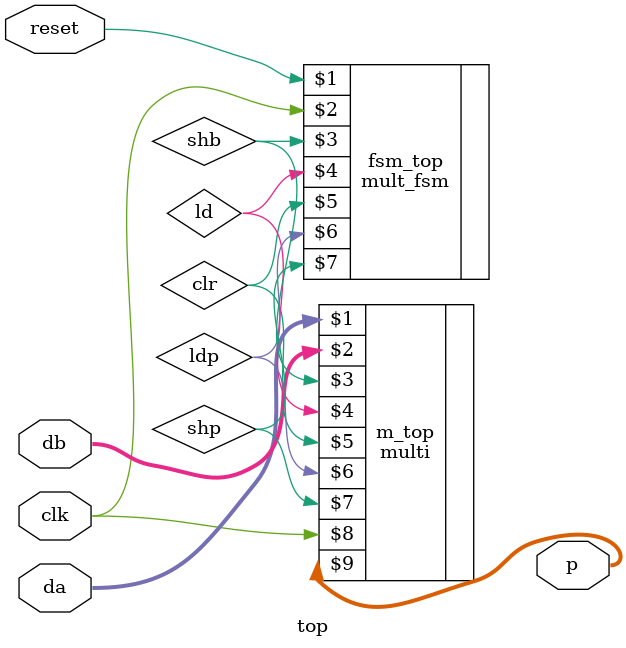
<source format=v>
`timescale 1ns / 1ps


module top(reset, clk, da, db, p);
input reset, clk;
input [3:0] da, db;
output[7:0] p;

wire shb, shp, ld, ldp, clr;

multi m_top(da, db, shb, ld, clr, ldp, shp, clk, p);
mult_fsm fsm_top(reset, clk, shb, ld, clr, ldp, shp);

endmodule

</source>
